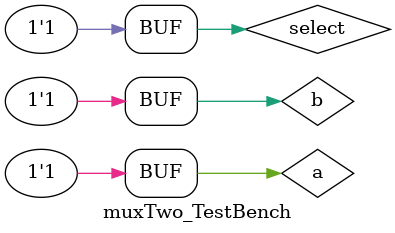
<source format=v>
`define DELAY 20
module muxTwo_TestBench();
	// Declaring variables
	reg a, b;
	reg select;
	wire out;
	
	// Calling module to test
	muxTwo m(out, a, b, select);
	
	
	// Test values
	initial begin
		a = 1'b0; b = 1'b0; select = 1'b0;
		#`DELAY;
		a = 1'b0; b = 1'b1; select = 1'b0;
		#`DELAY;
		a = 1'b1; b = 1'b0; select = 1'b0;
		#`DELAY;
		a = 1'b1; b = 1'b1; select = 1'b0;
		#`DELAY;
		a = 1'b0; b = 1'b0; select = 1'b1;
		#`DELAY;
		a = 1'b0; b = 1'b1; select = 1'b1;
		#`DELAY;
		a = 1'b1; b = 1'b0; select = 1'b1;
		#`DELAY;
		a = 1'b1; b = 1'b1; select = 1'b1;
	end
	
	
	// Monitoring changes
	initial begin
		$monitor("Time=%2d, a=%1b, b=%1b, select=%1b, result=%1b", $time, a, b, select, out);
	end
 
endmodule
</source>
